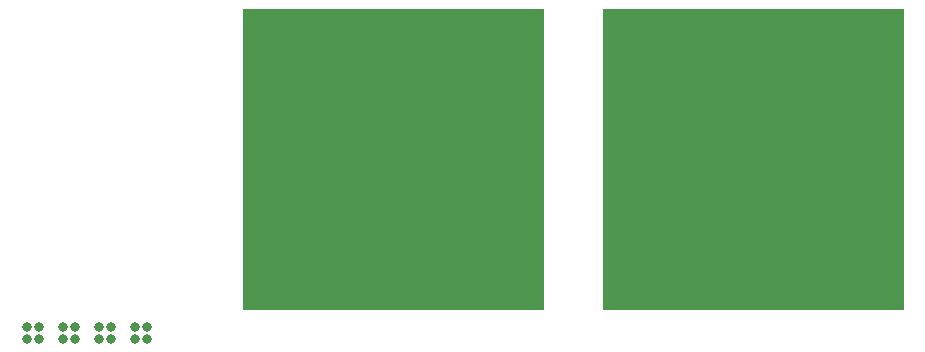
<source format=gbr>
%TF.GenerationSoftware,KiCad,Pcbnew,(5.1.9-0-10_14)*%
%TF.CreationDate,2024-01-14T18:13:30-08:00*%
%TF.ProjectId,Palette,50616c65-7474-4652-9e6b-696361645f70,rev?*%
%TF.SameCoordinates,Original*%
%TF.FileFunction,Copper,L2,Bot*%
%TF.FilePolarity,Positive*%
%FSLAX46Y46*%
G04 Gerber Fmt 4.6, Leading zero omitted, Abs format (unit mm)*
G04 Created by KiCad (PCBNEW (5.1.9-0-10_14)) date 2024-01-14 18:13:30*
%MOMM*%
%LPD*%
G01*
G04 APERTURE LIST*
%TA.AperFunction,NonConductor*%
%ADD10C,0.100000*%
%TD*%
%TA.AperFunction,ViaPad*%
%ADD11C,0.800000*%
%TD*%
G04 APERTURE END LIST*
D10*
G36*
X103378000Y-89408000D02*
G01*
X77978000Y-89408000D01*
X77978000Y-64008000D01*
X103378000Y-64008000D01*
X103378000Y-89408000D01*
G37*
X103378000Y-89408000D02*
X77978000Y-89408000D01*
X77978000Y-64008000D01*
X103378000Y-64008000D01*
X103378000Y-89408000D01*
G36*
X133858000Y-89408000D02*
G01*
X108458000Y-89408000D01*
X108458000Y-64008000D01*
X133858000Y-64008000D01*
X133858000Y-89408000D01*
G37*
X133858000Y-89408000D02*
X108458000Y-89408000D01*
X108458000Y-64008000D01*
X133858000Y-64008000D01*
X133858000Y-89408000D01*
D11*
%TO.N,*%
X59690000Y-90932000D03*
X60706000Y-90932000D03*
X60706000Y-91948000D03*
X59690000Y-91948000D03*
X62738000Y-90932000D03*
X62738000Y-91948000D03*
X63754000Y-90932000D03*
X63754000Y-91948000D03*
X65786000Y-90932000D03*
X65786000Y-91948000D03*
X66802000Y-91948000D03*
X66802000Y-90932000D03*
X68834000Y-90932000D03*
X68834000Y-91948000D03*
X69850000Y-91948000D03*
X69850000Y-90932000D03*
%TD*%
M02*

</source>
